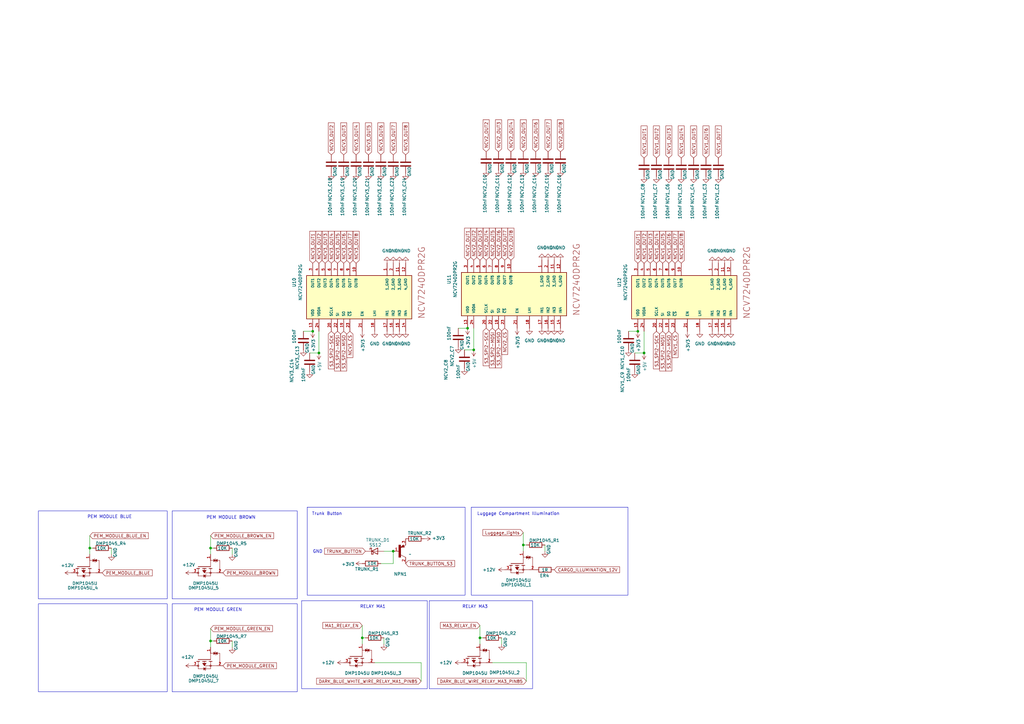
<source format=kicad_sch>
(kicad_sch (version 20240819) (generator "eeschema") (generator_version "8.99")
  (paper "A3")
  (title_block (date "2024-04-24"))
  (lib_symbols
    (symbol "+3V3_1" (power) (pin_names (offset 0))
      (property "Value" "+3V3_1" (at 0 3.556 0))
      (symbol "+3V3_1_1_1"
        (pin power_in line (at 0 0 90) (length 0) hide (name "+3V3") (number "1"))
      )
    )
    (symbol "AeonLabs_IC:NCV7240DPR2G" (pin_names (offset 1.016))
      (property "Reference" "U" (at 2.54 -2.54 0))
      (property "Value" "NCV7240DPR2G" (at 0 0 0))
      (symbol "NCV7240DPR2G_0_0"
        (text "NCV7240DPR2G" (at 2.54 -50.8 0) (effects (font (size 2.54 2.54)) (justify left top)))
        (pin power_in line (at -2.54 -7.62 0) (length 5.08) (name "VDD") (number "13"))
        (pin power_in line (at -2.54 -10.16 0) (length 5.08) (name "VDDA") (number "24"))
        (pin input line (at -2.54 -15.24 0) (length 5.08) (name "SCLK") (number "20"))
        (pin input line (at -2.54 -17.78 0) (length 5.08) (name "SI") (number "22"))
        (pin tri_state line (at -2.54 -20.32 0) (length 5.08) (name "SO") (number "19"))
        (pin input line (at -2.54 -22.86 0) (length 5.08) (name "~{CS}") (number "23"))
        (pin input line (at -2.54 -27.94 0) (length 5.08) (name "EN") (number "21"))
        (pin input line (at -2.54 -33.02 0) (length 5.08) (name "LHI") (number "18"))
        (pin input line (at -2.54 -38.1 0) (length 5.08) (name "IN1") (number "17"))
        (pin input line (at -2.54 -40.64 0) (length 5.08) (name "IN2") (number "16"))
        (pin input line (at -2.54 -43.18 0) (length 5.08) (name "IN3") (number "15"))
        (pin input line (at -2.54 -45.72 0) (length 5.08) (name "IN4") (number "14"))
        (pin output line (at 25.4 -7.62 180) (length 5.08) (name "OUT1") (number "3"))
        (pin output line (at 25.4 -10.16 180) (length 5.08) (name "OUT2") (number "4"))
        (pin output line (at 25.4 -12.7 180) (length 5.08) (name "OUT3") (number "5"))
        (pin output line (at 25.4 -15.24 180) (length 5.08) (name "OUT4") (number "6"))
        (pin output line (at 25.4 -17.78 180) (length 5.08) (name "OUT5") (number "7"))
        (pin output line (at 25.4 -20.32 180) (length 5.08) (name "OUT6") (number "8"))
        (pin output line (at 25.4 -22.86 180) (length 5.08) (name "OUT7") (number "9"))
        (pin output line (at 25.4 -25.4 180) (length 5.08) (name "OUT8") (number "10"))
        (pin power_in line (at 25.4 -38.1 180) (length 5.08) (name "1_GND") (number "1"))
        (pin power_in line (at 25.4 -40.64 180) (length 5.08) (name "2_GND") (number "2"))
        (pin power_in line (at 25.4 -43.18 180) (length 5.08) (name "3_GND") (number "11"))
        (pin power_in line (at 25.4 -45.72 180) (length 5.08) (name "4_GND") (number "12"))
      )
    )
    (symbol "AeonLabs_Power:NPN_SOT-23"
      (property "Reference" "U" (at -1.016 4.572 0))
      (symbol "NPN_SOT-23_1_0"
        (pin passive line (at -2.54 -1.27 0) (length 2.54) (name "") (number "1"))
        (pin passive line (at 2.54 3.81 270) (length 2.54) (name "~") (number "3"))
        (pin passive line (at 2.54 -6.35 90) (length 2.54) (name "~") (number "2"))
      )
    )
    (symbol "Device:C" (pin_numbers hide) (pin_names (offset 0.254))
      (property "Reference" "C" (at 0.635 2.54 0))
      (property "Value" "C" (at 0.635 -2.54 0))
      (symbol "C_1_1"
        (pin passive line (at 0 3.81 270) (length 2.794) (name "~") (number "1"))
        (pin passive line (at 0 -3.81 90) (length 2.794) (name "~") (number "2"))
      )
    )
    (symbol "Device:R" (pin_numbers hide) (pin_names (offset 0))
      (property "Reference" "R" (at 2.032 0 90))
      (property "Value" "R" (at 0 0 90))
      (symbol "R_1_1"
        (pin passive line (at 0 3.81 270) (length 1.27) (name "~") (number "1"))
        (pin passive line (at 0 -3.81 90) (length 1.27) (name "~") (number "2"))
      )
    )
    (symbol "Diode:SS12" (pin_numbers hide) (pin_names (offset 1.016) hide)
      (property "Reference" "D" (at 0 2.54 0))
      (property "Value" "SS12" (at 0 -2.54 0))
      (symbol "SS12_1_1"
        (pin passive line (at -3.81 0 0) (length 2.54) (name "K") (number "1"))
        (pin passive line (at 3.81 0 180) (length 2.54) (name "A") (number "2"))
      )
    )
    (symbol "Transistor_FET:DMP1045U" (pin_names (offset 1.016))
      (property "Reference" "Q" (at -10.16 7.62 0))
      (property "Value" "DMP1045U" (at -10.16 -7.62 0))
      (symbol "DMP1045U_0_0"
        (pin passive line (at -5.08 2.54 0) (length 2.54) (name "~") (number "1"))
        (pin passive line (at 2.54 7.62 270) (length 2.54) (name "~") (number "2"))
        (pin passive line (at 2.54 -5.08 90) (length 2.54) (name "~") (number "3"))
      )
    )
    (symbol "power:+12V" (power) (pin_names (offset 0))
      (property "Value" "+12V" (at 0 3.556 0))
      (symbol "+12V_1_1"
        (pin power_in line (at 0 0 90) (length 0) hide (name "+12V") (number "1"))
      )
    )
    (symbol "power:+5V" (power) (pin_numbers hide) (pin_names (offset 0) hide)
      (property "Value" "+5V" (at 0 3.556 0))
      (symbol "+5V_1_1"
        (pin power_in line (at 0 0 90) (length 0) (name "~") (number "1"))
      )
    )
    (symbol "power:GND" (power) (pin_names (offset 0))
      (property "Value" "GND" (at 0 -3.81 0))
      (symbol "GND_1_1"
        (pin power_in line (at 0 0 270) (length 0) hide (name "GND") (number "1"))
      )
    )
  )
  (rectangle (start 123.698 246.38) (end 175.26 282.448))
  (rectangle (start 70.612 209.55) (end 121.92 245.618))
  (rectangle (start 70.612 247.65) (end 121.92 283.718))
  (rectangle (start 176.022 246.38) (end 218.44 282.448))
  (rectangle (start 193.294 208.026) (end 257.556 244.094))
  (rectangle (start 15.748 247.65) (end 68.58 283.718))
  (rectangle (start 125.984 208.026) (end 190.754 244.094))
  (rectangle (start 15.748 209.55) (end 68.58 245.618))
  (text "RELAY MA3" (at 194.818 248.92 0) (effects (font (size 1.27 1.27))))
  (text "PEM MODULE BROWN" (at 94.742 212.344 0) (effects (font (size 1.27 1.27))))
  (text "PEM MODULE BLUE" (at 44.958 212.09 0) (effects (font (size 1.27 1.27))))
  (text "RELAY MA1" (at 152.908 248.92 0) (effects (font (size 1.27 1.27))))
  (text "Trunk Button" (at 134.112 210.82 0) (effects (font (size 1.27 1.27))))
  (text "Luggage Compartment Illumination" (at 212.598 210.82 0) (effects (font (size 1.27 1.27))))
  (text "PEM MODULE GREEN" (at 89.408 250.19 0) (effects (font (size 1.27 1.27))))
  (text "GND" (at 130.302 226.314 0) (effects (font (size 1.27 1.27))))
  (junction (at 191.77 134.62))
  (junction (at 161.29 226.06))
  (junction (at 214.63 223.52))
  (junction (at 261.62 135.89))
  (junction (at 36.83 224.79))
  (junction (at 264.16 144.78))
  (junction (at 130.81 144.78))
  (junction (at 86.36 224.79))
  (junction (at 128.27 135.89))
  (junction (at 196.85 261.62))
  (junction (at 86.36 262.89))
  (junction (at 194.31 143.51))
  (junction (at 148.59 261.62))
  (wire (pts (xy 87.63 224.79) (xy 86.36 224.79)))
  (wire (pts (xy 95.25 227.33) (xy 95.25 224.79)))
  (wire (pts (xy 86.36 224.79) (xy 86.36 227.33)))
  (wire (pts (xy 86.36 257.81) (xy 86.36 262.89)))
  (wire (pts (xy 187.96 134.62) (xy 191.77 134.62)))
  (wire (pts (xy 45.72 227.33) (xy 45.72 224.79)))
  (wire (pts (xy 223.52 226.06) (xy 223.52 223.52)))
  (wire (pts (xy 260.35 144.78) (xy 264.16 144.78)))
  (wire (pts (xy 172.72 279.4) (xy 172.72 271.78)))
  (wire (pts (xy 157.48 226.06) (xy 161.29 226.06)))
  (wire (pts (xy 124.46 135.89) (xy 128.27 135.89)))
  (wire (pts (xy 215.9 271.78) (xy 201.93 271.78)))
  (wire (pts (xy 198.12 261.62) (xy 196.85 261.62)))
  (wire (pts (xy 257.81 135.89) (xy 261.62 135.89)))
  (wire (pts (xy 148.59 261.62) (xy 148.59 264.16)))
  (wire (pts (xy 87.63 262.89) (xy 86.36 262.89)))
  (wire (pts (xy 127 144.78) (xy 130.81 144.78)))
  (wire (pts (xy 149.86 261.62) (xy 148.59 261.62)))
  (wire (pts (xy 36.83 219.71) (xy 36.83 224.79)))
  (wire (pts (xy 215.9 223.52) (xy 214.63 223.52)))
  (wire (pts (xy 214.63 218.44) (xy 214.63 223.52)))
  (wire (pts (xy 161.29 226.06) (xy 161.29 231.14)))
  (wire (pts (xy 38.1 224.79) (xy 36.83 224.79)))
  (wire (pts (xy 205.74 264.16) (xy 205.74 261.62)))
  (wire (pts (xy 156.21 231.14) (xy 161.29 231.14)))
  (wire (pts (xy 157.48 264.16) (xy 157.48 261.62)))
  (wire (pts (xy 190.5 143.51) (xy 194.31 143.51)))
  (wire (pts (xy 36.83 224.79) (xy 36.83 227.33)))
  (wire (pts (xy 264.16 135.89) (xy 264.16 144.78)))
  (wire (pts (xy 196.85 256.54) (xy 196.85 261.62)))
  (wire (pts (xy 148.59 256.54) (xy 148.59 261.62)))
  (wire (pts (xy 215.9 279.4) (xy 215.9 271.78)))
  (wire (pts (xy 172.72 271.78) (xy 153.67 271.78)))
  (wire (pts (xy 130.81 135.89) (xy 130.81 144.78)))
  (wire (pts (xy 86.36 219.71) (xy 86.36 224.79)))
  (wire (pts (xy 194.31 134.62) (xy 194.31 143.51)))
  (wire (pts (xy 214.63 223.52) (xy 214.63 226.06)))
  (wire (pts (xy 95.25 265.43) (xy 95.25 262.89)))
  (wire (pts (xy 86.36 262.89) (xy 86.36 265.43)))
  (wire (pts (xy 196.85 261.62) (xy 196.85 264.16)))
  (global_label "NCV2_OUT2" (shape input) (at 199.39 62.23 90) (property "Intersheetrefs" "${INTERSHEET_REFS}" (effects (hide yes))))
  (global_label "NCV1_OUT3" (shape input) (at 266.7 107.95 90) (property "Intersheetrefs" "${INTERSHEET_REFS}" (effects (hide yes))))
  (global_label "NCV1_OUT7" (shape input) (at 276.86 107.95 90) (property "Intersheetrefs" "${INTERSHEET_REFS}" (effects (hide yes))))
  (global_label "NCV2_OUT8" (shape input) (at 229.87 62.23 90) (property "Intersheetrefs" "${INTERSHEET_REFS}" (effects (hide yes))))
  (global_label "S3_SPI2-MOSI" (shape input) (at 138.43 135.89 270) (property "Intersheetrefs" "${INTERSHEET_REFS}" (effects (hide yes))))
  (global_label "NCV2_OUT8" (shape input) (at 209.55 106.68 90) (property "Intersheetrefs" "${INTERSHEET_REFS}" (effects (hide yes))))
  (global_label "NCV3_OUT7" (shape input) (at 143.51 107.95 90) (property "Intersheetrefs" "${INTERSHEET_REFS}" (effects (hide yes))))
  (global_label "NCV1_OUT8" (shape input) (at 279.4 107.95 90) (property "Intersheetrefs" "${INTERSHEET_REFS}" (effects (hide yes))))
  (global_label "NCV2_OUT1" (shape input) (at 191.77 106.68 90) (property "Intersheetrefs" "${INTERSHEET_REFS}" (effects (hide yes))))
  (global_label "NCV1_CS" (shape input) (at 276.86 135.89 270) (property "Intersheetrefs" "${INTERSHEET_REFS}" (effects (hide yes))))
  (global_label "MA3_RELAY_EN" (shape input) (at 196.85 256.54 180) (property "Intersheetrefs" "${INTERSHEET_REFS}" (effects (hide yes))))
  (global_label "NCV1_OUT2" (shape input) (at 264.16 107.95 90) (property "Intersheetrefs" "${INTERSHEET_REFS}" (effects (hide yes))))
  (global_label "DARK_BLUE_WHITE_WIRE_RELAY_MA1_PIN85" (shape input) (at 172.72 279.4 180) (property "Intersheetrefs" "${INTERSHEET_REFS}" (effects (hide yes))))
  (global_label "PEM_MODULE_GREEN" (shape input) (at 91.44 273.05 0) (property "Intersheetrefs" "${INTERSHEET_REFS}" (effects (hide yes))))
  (global_label "NCV1_OUT1" (shape input) (at 264.16 64.77 90) (property "Intersheetrefs" "${INTERSHEET_REFS}" (effects (hide yes))))
  (global_label "NCV3_OUT6" (shape input) (at 156.21 63.5 90) (property "Intersheetrefs" "${INTERSHEET_REFS}" (effects (hide yes))))
  (global_label "NCV1_OUT4" (shape input) (at 269.24 107.95 90) (property "Intersheetrefs" "${INTERSHEET_REFS}" (effects (hide yes))))
  (global_label "NCV1_OUT5" (shape input) (at 284.48 64.77 90) (property "Intersheetrefs" "${INTERSHEET_REFS}" (effects (hide yes))))
  (global_label "TRUNK_BUTTON" (shape input) (at 149.86 226.06 180) (property "Intersheetrefs" "${INTERSHEET_REFS}" (effects (hide yes))))
  (global_label "NCV3_OUT5" (shape input) (at 151.13 63.5 90) (property "Intersheetrefs" "${INTERSHEET_REFS}" (effects (hide yes))))
  (global_label "NCV3_OUT6" (shape input) (at 140.97 107.95 90) (property "Intersheetrefs" "${INTERSHEET_REFS}" (effects (hide yes))))
  (global_label "NCV3_OUT3" (shape input) (at 140.97 63.5 90) (property "Intersheetrefs" "${INTERSHEET_REFS}" (effects (hide yes))))
  (global_label "NCV3_OUT7" (shape input) (at 161.29 63.5 90) (property "Intersheetrefs" "${INTERSHEET_REFS}" (effects (hide yes))))
  (global_label "NCV1_OUT6" (shape input) (at 289.56 64.77 90) (property "Intersheetrefs" "${INTERSHEET_REFS}" (effects (hide yes))))
  (global_label "NCV3_OUT8" (shape input) (at 166.37 63.5 90) (property "Intersheetrefs" "${INTERSHEET_REFS}" (effects (hide yes))))
  (global_label "S3_SPI2-MISO" (shape input) (at 274.32 135.89 270) (property "Intersheetrefs" "${INTERSHEET_REFS}" (effects (hide yes))))
  (global_label "NCV1_OUT3" (shape input) (at 274.32 64.77 90) (property "Intersheetrefs" "${INTERSHEET_REFS}" (effects (hide yes))))
  (global_label "DARK_BLUE_WIRE_RELAY_MA3_PIN85" (shape input) (at 215.9 279.4 180) (property "Intersheetrefs" "${INTERSHEET_REFS}" (effects (hide yes))))
  (global_label "NCV3_OUT1" (shape input) (at 128.27 107.95 90) (property "Intersheetrefs" "${INTERSHEET_REFS}" (effects (hide yes))))
  (global_label "NCV3_OUT4" (shape input) (at 146.05 63.5 90) (property "Intersheetrefs" "${INTERSHEET_REFS}" (effects (hide yes))))
  (global_label "NCV3_OUT3" (shape input) (at 133.35 107.95 90) (property "Intersheetrefs" "${INTERSHEET_REFS}" (effects (hide yes))))
  (global_label "Luggage_lights" (shape input) (at 214.63 218.44 180) (property "Intersheetrefs" "${INTERSHEET_REFS}" (effects (hide yes))))
  (global_label "NCV1_OUT6" (shape input) (at 274.32 107.95 90) (property "Intersheetrefs" "${INTERSHEET_REFS}" (effects (hide yes))))
  (global_label "MA1_RELAY_EN" (shape input) (at 148.59 256.54 180) (property "Intersheetrefs" "${INTERSHEET_REFS}" (effects (hide yes))))
  (global_label "NCV2_OUT7" (shape input) (at 224.79 62.23 90) (property "Intersheetrefs" "${INTERSHEET_REFS}" (effects (hide yes))))
  (global_label "NCV3_OUT2" (shape input) (at 130.81 107.95 90) (property "Intersheetrefs" "${INTERSHEET_REFS}" (effects (hide yes))))
  (global_label "CARGO_ILLUMINATION_12V" (shape input) (at 227.33 233.68 0) (property "Intersheetrefs" "${INTERSHEET_REFS}" (effects (hide yes))))
  (global_label "NCV2_OUT6" (shape input) (at 204.47 106.68 90) (property "Intersheetrefs" "${INTERSHEET_REFS}" (effects (hide yes))))
  (global_label "NCV2_OUT3" (shape input) (at 204.47 62.23 90) (property "Intersheetrefs" "${INTERSHEET_REFS}" (effects (hide yes))))
  (global_label "PEM_MODULE_BLUE_EN" (shape input) (at 36.83 219.71 0) (property "Intersheetrefs" "${INTERSHEET_REFS}" (effects (hide yes))))
  (global_label "NCV3_OUT5" (shape input) (at 138.43 107.95 90) (property "Intersheetrefs" "${INTERSHEET_REFS}" (effects (hide yes))))
  (global_label "NCV3_OUT4" (shape input) (at 135.89 107.95 90) (property "Intersheetrefs" "${INTERSHEET_REFS}" (effects (hide yes))))
  (global_label "NCV1_OUT4" (shape input) (at 279.4 64.77 90) (property "Intersheetrefs" "${INTERSHEET_REFS}" (effects (hide yes))))
  (global_label "NCV2_OUT4" (shape input) (at 209.55 62.23 90) (property "Intersheetrefs" "${INTERSHEET_REFS}" (effects (hide yes))))
  (global_label "S3_SPI2-SCK" (shape input) (at 199.39 134.62 270) (property "Intersheetrefs" "${INTERSHEET_REFS}" (effects (hide yes))))
  (global_label "NCV2_OUT5" (shape input) (at 214.63 62.23 90) (property "Intersheetrefs" "${INTERSHEET_REFS}" (effects (hide yes))))
  (global_label "NCV1_OUT2" (shape input) (at 269.24 64.77 90) (property "Intersheetrefs" "${INTERSHEET_REFS}" (effects (hide yes))))
  (global_label "NCV2_OUT7" (shape input) (at 207.01 106.68 90) (property "Intersheetrefs" "${INTERSHEET_REFS}" (effects (hide yes))))
  (global_label "NCV1_OUT5" (shape input) (at 271.78 107.95 90) (property "Intersheetrefs" "${INTERSHEET_REFS}" (effects (hide yes))))
  (global_label "S3_SPI2-MOSI" (shape input) (at 201.93 134.62 270) (property "Intersheetrefs" "${INTERSHEET_REFS}" (effects (hide yes))))
  (global_label "NCV2_CS" (shape input) (at 207.01 134.62 270) (property "Intersheetrefs" "${INTERSHEET_REFS}" (effects (hide yes))))
  (global_label "PEM_MODULE_BROWN_EN" (shape input) (at 86.36 219.71 0) (property "Intersheetrefs" "${INTERSHEET_REFS}" (effects (hide yes))))
  (global_label "NCV2_OUT6" (shape input) (at 219.71 62.23 90) (property "Intersheetrefs" "${INTERSHEET_REFS}" (effects (hide yes))))
  (global_label "NCV3_OUT8" (shape input) (at 146.05 107.95 90) (property "Intersheetrefs" "${INTERSHEET_REFS}" (effects (hide yes))))
  (global_label "NCV2_OUT5" (shape input) (at 201.93 106.68 90) (property "Intersheetrefs" "${INTERSHEET_REFS}" (effects (hide yes))))
  (global_label "S3_SPI2-SCK" (shape input) (at 269.24 135.89 270) (property "Intersheetrefs" "${INTERSHEET_REFS}" (effects (hide yes))))
  (global_label "NCV1_OUT1" (shape input) (at 261.62 107.95 90) (property "Intersheetrefs" "${INTERSHEET_REFS}" (effects (hide yes))))
  (global_label "S3_SPI2-MOSI" (shape input) (at 271.78 135.89 270) (property "Intersheetrefs" "${INTERSHEET_REFS}" (effects (hide yes))))
  (global_label "NCV2_OUT4" (shape input) (at 199.39 106.68 90) (property "Intersheetrefs" "${INTERSHEET_REFS}" (effects (hide yes))))
  (global_label "S3_SPI2-SCK" (shape input) (at 135.89 135.89 270) (property "Intersheetrefs" "${INTERSHEET_REFS}" (effects (hide yes))))
  (global_label "S3_SPI2-MISO" (shape input) (at 204.47 134.62 270) (property "Intersheetrefs" "${INTERSHEET_REFS}" (effects (hide yes))))
  (global_label "NCV1_OUT7" (shape input) (at 294.64 64.77 90) (property "Intersheetrefs" "${INTERSHEET_REFS}" (effects (hide yes))))
  (global_label "S3_SPI2-MISO" (shape input) (at 140.97 135.89 270) (property "Intersheetrefs" "${INTERSHEET_REFS}" (effects (hide yes))))
  (global_label "NCV2_OUT3" (shape input) (at 196.85 106.68 90) (property "Intersheetrefs" "${INTERSHEET_REFS}" (effects (hide yes))))
  (global_label "PEM_MODULE_GREEN_EN" (shape input) (at 86.36 257.81 0) (property "Intersheetrefs" "${INTERSHEET_REFS}" (effects (hide yes))))
  (global_label "PEM_MODULE_BROWN" (shape input) (at 91.44 234.95 0) (property "Intersheetrefs" "${INTERSHEET_REFS}" (effects (hide yes))))
  (global_label "NCV3_CS" (shape input) (at 143.51 135.89 270) (property "Intersheetrefs" "${INTERSHEET_REFS}" (effects (hide yes))))
  (global_label "NCV2_OUT2" (shape input) (at 194.31 106.68 90) (property "Intersheetrefs" "${INTERSHEET_REFS}" (effects (hide yes))))
  (global_label "NCV3_OUT2" (shape input) (at 135.89 63.5 90) (property "Intersheetrefs" "${INTERSHEET_REFS}" (effects (hide yes))))
  (global_label "TRUNK_BUTTON_S3" (shape input) (at 166.37 231.14 0) (property "Intersheetrefs" "${INTERSHEET_REFS}" (effects (hide yes))))
  (global_label "PEM_MODULE_BLUE" (shape input) (at 41.91 234.95 0) (property "Intersheetrefs" "${INTERSHEET_REFS}" (effects (hide yes))))
  (symbol (lib_id "power:GND") (at 140.97 71.12 0) (mirror y) (unit 1)
    (property "Reference" "#PWR0187" (effects (hide yes)))
    (property "Value" "GND" (at 142.494 70.358 90))
  )
  (symbol (lib_id "power:+12V") (at 78.74 234.95 90) (unit 1)
    (property "Reference" "#PWR0297" (effects (hide yes)))
    (property "Value" "+12V" (at 80.01 231.648 90) (effects (justify left)))
  )
  (symbol (lib_id "power:GND") (at 45.72 227.33 0) (mirror y) (unit 1)
    (property "Reference" "#PWR0296" (effects (hide yes)))
    (property "Value" "GND" (at 47.244 226.568 90))
  )
  (symbol (lib_name "+3V3_1") (lib_id "power:+3V3") (at 128.27 135.89 180) (unit 1)
    (property "Reference" "#PWR0203" (effects (hide yes)))
    (property "Value" "+3V3" (at 128.524 141.732 90))
  )
  (symbol (lib_id "power:GND") (at 294.64 72.39 0) (mirror y) (unit 1)
    (property "Reference" "#PWR0170" (effects (hide yes)))
    (property "Value" "GND" (at 296.164 71.628 90))
  )
  (symbol (lib_id "Device:C") (at 187.96 138.43 0) (mirror y) (unit 1)
    (property "Reference" "NCV2_C7" (at 185.42 150.368 90) (effects (justify left)))
    (property "Value" "100nF" (at 184.15 139.7 90) (effects (justify left)))
    (property "Footprint" "Capacitor_SMD:C_0402_1005Metric" (effects (hide yes)))
  )
  (symbol (lib_id "Device:R") (at 153.67 261.62 90) (unit 1)
    (property "Reference" "DMP1045_R3" (at 163.4744 259.7404 90) (effects (justify left)))
    (property "Value" "10K" (at 155.3972 261.6708 90) (effects (justify left)))
    (property "Footprint" "Resistor_SMD:R_0402_1005Metric" (effects (hide yes)))
  )
  (symbol (lib_id "AeonLabs_IC:NCV7240DPR2G") (at 120.65 133.35 90) (unit 1)
    (property "Reference" "U10" (at 120.65 115.8347 0))
    (property "Value" "NCV7240DPR2G" (at 123.19 115.8347 0))
    (property "Footprint" "AeonLabs_IC:NCV7240 Relay Driver" (effects (hide yes)))
    (property "Datasheet" "http://www.onsemi.com/pub/Collateral/NCV7240-D.PDF" (effects (hide yes)))
    (property "MOUSER_DESCRIPTION" "NCV7240 Series 5 V 1.5 Ohm Low Side Octal Low-Side Relay Driver - SSOP-24" (effects (hide yes)))
    (property "NUMBER_OF_OUTPUTS" "8" (effects (hide yes)))
    (property "Check_prices" "https://www.snapeda.com/parts/NCV7240DPR2G/Onsemi/view-part/?ref=eda" (effects (hide yes)))
    (property "MOUSER_PART_NUMBER" "863-NCV7240DPR2G" (effects (hide yes)))
    (property "MFG_PACKAGE_IDENT_DATE" "07/2010" (effects (hide yes)))
    (property "PREFIX" "U" (effects (hide yes)))
    (property "MAX_SUPPLY_VOLTAGE" "5V" (effects (hide yes)))
    (property "TEMPERATURE_RANGE_LOW" "-40°C" (effects (hide yes)))
    (property "OUTPUT_CURRENT" "600mA" (effects (hide yes)))
    (property "ON_STATE_RESISTANCE" "1.5Ω" (effects (hide yes)))
    (property "LEAD_FREE" "yes" (effects (hide yes)))
    (property "CENTROID_NOT_SPECIFIED" "No" (effects (hide yes)))
    (property "Description_1" "\nNCV7240DPR2G, Octal MOSFET Power Driver, 600mA, 3.3 V, 5V, 24-Pin SSOP | ON Semiconductor NCV7240DPR2G\n" (effects (hide yes)))
    (property "PIN_0_0_17_INSIDE_EDGE" "clock" (effects (hide yes)))
    (property "Price" "None" (effects (hide yes)))
    (property "Package" "SSOP-24 ON Semiconductor" (effects (hide yes)))
    (property "DEVICE_CLASS_L1" "Integrated Circuits (ICs)" (effects (hide yes)))
    (property "DEVICE_CLASS_L3" "Hot Swap Controllers" (effects (hide yes)))
    (property "DEVICE_CLASS_L2" "Power Management ICs" (effects (hide yes)))
    (property "MAX_JUNCTION_TEMP" "+150°C" (effects (hide yes)))
    (property "MP" "NCV7240DPR2G" (effects (hide yes)))
    (property "FOOTPRINT_URL" "http://www.onsemi.com/pub/Collateral/565AL.PDF" (effects (hide yes)))
    (property "PACKAGE" "SSOP24" (effects (hide yes)))
    (property "MFG_PACKAGE_IDENT" "565AL-01" (effects (hide yes)))
    (property "SnapEDA_Link" "https://www.snapeda.com/parts/NCV7240DPR2G/Onsemi/view-part/?ref=snap" (effects (hide yes)))
    (property "VERIFICATION_VERSION" "0.0.0.1" (effects (hide yes)))
    (property "STANDOFF_HEIGHT" "0.1mm" (effects (hide yes)))
    (property "HEIGHT" "1.75mm" (effects (hide yes)))
    (property "NUMBER_OF_CHANNELS" "8" (effects (hide yes)))
    (property "MF" "ON Semiconductor" (effects (hide yes)))
    (property "Purchase-URL" "https://www.snapeda.com/api/url_track_click_mouser/?unipart_id=476229&manufacturer=ON Semiconductor&part_name=NCV7240DPR2G&search_term=None" (effects (hide yes)))
    (property "MPN" "NCV7240DPR2G" (effects (hide yes)))
    (property "TEMPERATURE_RANGE_HIGH" "+150°C" (effects (hide yes)))
    (property "MIN_SUPPLY_VOLTAGE" "3.3V" (effects (hide yes)))
    (property "MFG_PACKAGE_IDENT_REV" "O" (effects (hide yes)))
    (property "Availability" "In Stock" (effects (hide yes)))
    (property "ROHS" "yes" (effects (hide yes)))
  )
  (symbol (lib_id "Device:C") (at 289.56 68.58 0) (mirror y) (unit 1)
    (property "Reference" "NCV1_C3" (at 289.052 83.82 90) (effects (justify left)))
    (property "Value" "100nF" (at 289.052 89.916 90) (effects (justify left)))
    (property "Footprint" "Capacitor_SMD:C_0402_1005Metric" (effects (hide yes)))
  )
  (symbol (lib_id "power:GND") (at 163.83 135.89 0) (unit 1)
    (property "Reference" "#PWR0331" (effects (hide yes)))
    (property "Value" "GND" (at 163.83 140.97 0))
  )
  (symbol (lib_id "Device:C") (at 294.64 68.58 0) (mirror y) (unit 1)
    (property "Reference" "NCV1_C2" (at 294.132 83.82 90) (effects (justify left)))
    (property "Value" "100nF" (at 294.132 89.916 90) (effects (justify left)))
    (property "Footprint" "Capacitor_SMD:C_0402_1005Metric" (effects (hide yes)))
  )
  (symbol (lib_name "+3V3_1") (lib_id "power:+3V3") (at 281.94 135.89 180) (unit 1)
    (property "Reference" "#PWR0207" (effects (hide yes)))
    (property "Value" "+3V3" (at 282.194 141.732 90))
  )
  (symbol (lib_id "power:GND") (at 153.67 135.89 0) (unit 1)
    (property "Reference" "#PWR0328" (effects (hide yes)))
    (property "Value" "GND" (at 153.67 140.97 0))
  )
  (symbol (lib_id "power:GND") (at 227.33 134.62 0) (unit 1)
    (property "Reference" "#PWR0319" (effects (hide yes)))
    (property "Value" "GND" (at 227.33 139.7 0))
  )
  (symbol (lib_id "Transistor_FET:DMP1045U") (at 83.82 270.51 270) (unit 1)
    (property "Reference" "DMP1045U_7" (at 77.216 279.2222 90) (effects (justify left)))
    (property "Value" "DMP1045U" (at 79.121 277.368 90) (effects (justify left)))
    (property "Footprint" "Package_TO_SOT_SMD:SOT-23" (effects (hide yes)))
    (property "STANDARD" "IPC 7351B" (effects (hide yes)))
    (property "MANUFACTURER" "Diodes Inc." (effects (hide yes)))
    (property "MAXIMUM_PACKAGE_HEIGHT" "1.1 mm" (effects (hide yes)))
    (property "PARTREV" "7 - 2" (effects (hide yes)))
  )
  (symbol (lib_id "power:GND") (at 146.05 71.12 0) (mirror y) (unit 1)
    (property "Reference" "#PWR0188" (effects (hide yes)))
    (property "Value" "GND" (at 147.574 70.358 90))
  )
  (symbol (lib_id "power:GND") (at 292.1 135.89 0) (unit 1)
    (property "Reference" "#PWR0324" (effects (hide yes)))
    (property "Value" "GND" (at 292.1 140.97 0))
  )
  (symbol (lib_name "+3V3_1") (lib_id "power:+3V3") (at 261.62 135.89 180) (unit 1)
    (property "Reference" "#PWR0194" (effects (hide yes)))
    (property "Value" "+3V3" (at 261.874 141.732 90))
  )
  (symbol (lib_id "power:GND") (at 222.25 106.68 180) (unit 1)
    (property "Reference" "#PWR0162" (effects (hide yes)))
    (property "Value" "GND" (at 222.25 101.6 0))
  )
  (symbol (lib_id "power:+12V") (at 140.97 271.78 90) (unit 1)
    (property "Reference" "#PWR0284" (effects (hide yes)))
    (property "Value" "+12V" (at 137.16 271.7799 90) (effects (justify left)))
  )
  (symbol (lib_id "Device:R") (at 219.71 223.52 90) (unit 1)
    (property "Reference" "DMP1045_R1" (at 229.5144 221.6404 90) (effects (justify left)))
    (property "Value" "10K" (at 221.4372 223.5708 90) (effects (justify left)))
    (property "Footprint" "Resistor_SMD:R_0402_1005Metric" (effects (hide yes)))
  )
  (symbol (lib_id "power:GND") (at 227.33 106.68 180) (unit 1)
    (property "Reference" "#PWR0164" (effects (hide yes)))
    (property "Value" "GND" (at 227.33 101.6 0))
  )
  (symbol (lib_name "+3V3_1") (lib_id "power:+3V3") (at 148.59 231.14 90) (unit 1)
    (property "Reference" "#PWR0281" (effects (hide yes)))
    (property "Value" "+3V3" (at 142.748 231.394 90))
  )
  (symbol (lib_id "power:GND") (at 299.72 135.89 0) (unit 1)
    (property "Reference" "#PWR0327" (effects (hide yes)))
    (property "Value" "GND" (at 299.72 140.97 0))
  )
  (symbol (lib_id "Device:R") (at 91.44 262.89 90) (unit 1)
    (property "Reference" "DMP1045_R7" (at 101.2444 261.0104 90) (effects (justify left)))
    (property "Value" "10K" (at 93.1672 262.9408 90) (effects (justify left)))
    (property "Footprint" "Resistor_SMD:R_0402_1005Metric" (effects (hide yes)))
  )
  (symbol (lib_id "AeonLabs_IC:NCV7240DPR2G") (at 254 133.35 90) (unit 1)
    (property "Reference" "U12" (at 254 115.8347 0))
    (property "Value" "NCV7240DPR2G" (at 256.54 115.8347 0))
    (property "Footprint" "AeonLabs_IC:NCV7240 Relay Driver" (effects (hide yes)))
    (property "Datasheet" "http://www.onsemi.com/pub/Collateral/NCV7240-D.PDF" (effects (hide yes)))
    (property "MOUSER_DESCRIPTION" "NCV7240 Series 5 V 1.5 Ohm Low Side Octal Low-Side Relay Driver - SSOP-24" (effects (hide yes)))
    (property "NUMBER_OF_OUTPUTS" "8" (effects (hide yes)))
    (property "Check_prices" "https://www.snapeda.com/parts/NCV7240DPR2G/Onsemi/view-part/?ref=eda" (effects (hide yes)))
    (property "MOUSER_PART_NUMBER" "863-NCV7240DPR2G" (effects (hide yes)))
    (property "MFG_PACKAGE_IDENT_DATE" "07/2010" (effects (hide yes)))
    (property "PREFIX" "U" (effects (hide yes)))
    (property "MAX_SUPPLY_VOLTAGE" "5V" (effects (hide yes)))
    (property "TEMPERATURE_RANGE_LOW" "-40°C" (effects (hide yes)))
    (property "OUTPUT_CURRENT" "600mA" (effects (hide yes)))
    (property "ON_STATE_RESISTANCE" "1.5Ω" (effects (hide yes)))
    (property "LEAD_FREE" "yes" (effects (hide yes)))
    (property "CENTROID_NOT_SPECIFIED" "No" (effects (hide yes)))
    (property "Description_1" "\nNCV7240DPR2G, Octal MOSFET Power Driver, 600mA, 3.3 V, 5V, 24-Pin SSOP | ON Semiconductor NCV7240DPR2G\n" (effects (hide yes)))
    (property "PIN_0_0_17_INSIDE_EDGE" "clock" (effects (hide yes)))
    (property "Price" "None" (effects (hide yes)))
    (property "Package" "SSOP-24 ON Semiconductor" (effects (hide yes)))
    (property "DEVICE_CLASS_L1" "Integrated Circuits (ICs)" (effects (hide yes)))
    (property "DEVICE_CLASS_L3" "Hot Swap Controllers" (effects (hide yes)))
    (property "DEVICE_CLASS_L2" "Power Management ICs" (effects (hide yes)))
    (property "MAX_JUNCTION_TEMP" "+150°C" (effects (hide yes)))
    (property "MP" "NCV7240DPR2G" (effects (hide yes)))
    (property "FOOTPRINT_URL" "http://www.onsemi.com/pub/Collateral/565AL.PDF" (effects (hide yes)))
    (property "PACKAGE" "SSOP24" (effects (hide yes)))
    (property "MFG_PACKAGE_IDENT" "565AL-01" (effects (hide yes)))
    (property "SnapEDA_Link" "https://www.snapeda.com/parts/NCV7240DPR2G/Onsemi/view-part/?ref=snap" (effects (hide yes)))
    (property "VERIFICATION_VERSION" "0.0.0.1" (effects (hide yes)))
    (property "STANDOFF_HEIGHT" "0.1mm" (effects (hide yes)))
    (property "HEIGHT" "1.75mm" (effects (hide yes)))
    (property "NUMBER_OF_CHANNELS" "8" (effects (hide yes)))
    (property "MF" "ON Semiconductor" (effects (hide yes)))
    (property "Purchase-URL" "https://www.snapeda.com/api/url_track_click_mouser/?unipart_id=476229&manufacturer=ON Semiconductor&part_name=NCV7240DPR2G&search_term=None" (effects (hide yes)))
    (property "MPN" "NCV7240DPR2G" (effects (hide yes)))
    (property "TEMPERATURE_RANGE_HIGH" "+150°C" (effects (hide yes)))
    (property "MIN_SUPPLY_VOLTAGE" "3.3V" (effects (hide yes)))
    (property "MFG_PACKAGE_IDENT_REV" "O" (effects (hide yes)))
    (property "Availability" "In Stock" (effects (hide yes)))
    (property "ROHS" "yes" (effects (hide yes)))
  )
  (symbol (lib_id "Device:R") (at 223.52 233.68 90) (unit 1)
    (property "Reference" "ER4" (at 223.3168 236.093 90))
    (property "Value" "1R" (at 223.4946 233.7816 90))
    (property "Footprint" "Resistor_SMD:R_1206_3216Metric" (effects (hide yes)))
  )
  (symbol (lib_id "Transistor_FET:DMP1045U") (at 146.05 269.24 270) (unit 1)
    (property "Reference" "DMP1045U_3" (at 152.146 276.098 90) (effects (justify left)))
    (property "Value" "DMP1045U" (at 141.351 276.098 90) (effects (justify left)))
    (property "Footprint" "Package_TO_SOT_SMD:SOT-23" (effects (hide yes)))
    (property "STANDARD" "IPC 7351B" (effects (hide yes)))
    (property "MANUFACTURER" "Diodes Inc." (effects (hide yes)))
    (property "MAXIMUM_PACKAGE_HEIGHT" "1.1 mm" (effects (hide yes)))
    (property "PARTREV" "7 - 2" (effects (hide yes)))
  )
  (symbol (lib_id "Device:R") (at 91.44 224.79 90) (unit 1)
    (property "Reference" "DMP1045_R5" (at 101.2444 222.9104 90) (effects (justify left)))
    (property "Value" "10K" (at 93.1672 224.8408 90) (effects (justify left)))
    (property "Footprint" "Resistor_SMD:R_0402_1005Metric" (effects (hide yes)))
  )
  (symbol (lib_id "power:GND") (at 187.96 142.24 0) (mirror y) (unit 1)
    (property "Reference" "#PWR0197" (effects (hide yes)))
    (property "Value" "GND" (at 189.484 141.478 90))
  )
  (symbol (lib_id "power:GND") (at 294.64 135.89 0) (unit 1)
    (property "Reference" "#PWR0325" (effects (hide yes)))
    (property "Value" "GND" (at 294.64 140.97 0))
  )
  (symbol (lib_id "Transistor_FET:DMP1045U") (at 83.82 232.41 270) (unit 1)
    (property "Reference" "DMP1045U_5" (at 77.216 241.1222 90) (effects (justify left)))
    (property "Value" "DMP1045U" (at 79.121 239.268 90) (effects (justify left)))
    (property "Footprint" "Package_TO_SOT_SMD:SOT-23" (effects (hide yes)))
    (property "STANDARD" "IPC 7351B" (effects (hide yes)))
    (property "MANUFACTURER" "Diodes Inc." (effects (hide yes)))
    (property "MAXIMUM_PACKAGE_HEIGHT" "1.1 mm" (effects (hide yes)))
    (property "PARTREV" "7 - 2" (effects (hide yes)))
  )
  (symbol (lib_id "power:GND") (at 269.24 72.39 0) (mirror y) (unit 1)
    (property "Reference" "#PWR0175" (effects (hide yes)))
    (property "Value" "GND" (at 270.764 71.628 90))
  )
  (symbol (lib_id "Device:R") (at 170.18 220.98 90) (unit 1)
    (property "Reference" "TRUNK_R2" (at 177.038 218.694 90) (effects (justify left)))
    (property "Value" "10K" (at 171.9072 221.0308 90) (effects (justify left)))
    (property "Footprint" "Resistor_SMD:R_0402_1005Metric" (effects (hide yes)))
  )
  (symbol (lib_id "power:GND") (at 229.87 106.68 180) (unit 1)
    (property "Reference" "#PWR0165" (effects (hide yes)))
    (property "Value" "GND" (at 229.87 101.6 0))
  )
  (symbol (lib_id "power:GND") (at 294.64 107.95 180) (unit 1)
    (property "Reference" "#PWR0160" (effects (hide yes)))
    (property "Value" "GND" (at 294.64 102.87 0))
  )
  (symbol (lib_id "power:GND") (at 229.87 134.62 0) (unit 1)
    (property "Reference" "#PWR0270" (effects (hide yes)))
    (property "Value" "GND" (at 229.87 139.7 0))
  )
  (symbol (lib_id "power:GND") (at 287.02 135.89 0) (unit 1)
    (property "Reference" "#PWR0323" (effects (hide yes)))
    (property "Value" "GND" (at 287.02 140.97 0))
  )
  (symbol (lib_id "power:GND") (at 95.25 265.43 0) (mirror y) (unit 1)
    (property "Reference" "#PWR0302" (effects (hide yes)))
    (property "Value" "GND" (at 96.774 264.668 90))
  )
  (symbol (lib_id "power:+12V") (at 29.21 234.95 90) (unit 1)
    (property "Reference" "#PWR0295" (effects (hide yes)))
    (property "Value" "+12V" (at 30.226 231.902 90) (effects (justify left)))
  )
  (symbol (lib_id "power:GND") (at 158.75 135.89 0) (unit 1)
    (property "Reference" "#PWR0329" (effects (hide yes)))
    (property "Value" "GND" (at 158.75 140.97 0))
  )
  (symbol (lib_name "+3V3_1") (lib_id "power:+3V3") (at 191.77 134.62 180) (unit 1)
    (property "Reference" "#PWR0199" (effects (hide yes)))
    (property "Value" "+3V3" (at 192.024 140.462 90))
  )
  (symbol (lib_id "Device:C") (at 274.32 68.58 0) (mirror y) (unit 1)
    (property "Reference" "NCV1_C6" (at 273.812 83.82 90) (effects (justify left)))
    (property "Value" "100nF" (at 273.812 89.916 90) (effects (justify left)))
    (property "Footprint" "Capacitor_SMD:C_0402_1005Metric" (effects (hide yes)))
  )
  (symbol (lib_id "Device:C") (at 135.89 67.31 0) (mirror y) (unit 1)
    (property "Reference" "NCV3_C18" (at 135.382 82.55 90) (effects (justify left)))
    (property "Value" "100nF" (at 135.382 88.646 90) (effects (justify left)))
    (property "Footprint" "Capacitor_SMD:C_0402_1005Metric" (effects (hide yes)))
  )
  (symbol (lib_id "Device:C") (at 204.47 66.04 0) (mirror y) (unit 1)
    (property "Reference" "NCV2_C11" (at 203.962 81.28 90) (effects (justify left)))
    (property "Value" "100nF" (at 203.962 87.376 90) (effects (justify left)))
    (property "Footprint" "Capacitor_SMD:C_0402_1005Metric" (effects (hide yes)))
  )
  (symbol (lib_id "power:GND") (at 279.4 72.39 0) (mirror y) (unit 1)
    (property "Reference" "#PWR0173" (effects (hide yes)))
    (property "Value" "GND" (at 280.924 71.628 90))
  )
  (symbol (lib_id "power:GND") (at 127 152.4 0) (mirror y) (unit 1)
    (property "Reference" "#PWR0202" (effects (hide yes)))
    (property "Value" "GND" (at 128.524 151.638 90))
  )
  (symbol (lib_id "power:GND") (at 161.29 135.89 0) (unit 1)
    (property "Reference" "#PWR0330" (effects (hide yes)))
    (property "Value" "GND" (at 161.29 140.97 0))
  )
  (symbol (lib_id "power:GND") (at 257.81 143.51 0) (mirror y) (unit 1)
    (property "Reference" "#PWR0196" (effects (hide yes)))
    (property "Value" "GND" (at 259.334 142.748 90))
  )
  (symbol (lib_id "power:+12V") (at 207.01 233.68 90) (unit 1)
    (property "Reference" "#PWR063" (effects (hide yes)))
    (property "Value" "+12V" (at 203.2 233.6799 90) (effects (justify left)))
  )
  (symbol (lib_id "power:GND") (at 166.37 135.89 0) (unit 1)
    (property "Reference" "#PWR0332" (effects (hide yes)))
    (property "Value" "GND" (at 166.37 140.97 0))
  )
  (symbol (lib_id "power:GND") (at 124.46 143.51 0) (mirror y) (unit 1)
    (property "Reference" "#PWR0201" (effects (hide yes)))
    (property "Value" "GND" (at 125.984 142.748 90))
  )
  (symbol (lib_id "power:GND") (at 297.18 107.95 180) (unit 1)
    (property "Reference" "#PWR0159" (effects (hide yes)))
    (property "Value" "GND" (at 297.18 102.87 0))
  )
  (symbol (lib_id "Device:C") (at 219.71 66.04 0) (mirror y) (unit 1)
    (property "Reference" "NCV2_C14" (at 219.202 81.28 90) (effects (justify left)))
    (property "Value" "100nF" (at 219.202 87.376 90) (effects (justify left)))
    (property "Footprint" "Capacitor_SMD:C_0402_1005Metric" (effects (hide yes)))
  )
  (symbol (lib_id "power:GND") (at 219.71 69.85 0) (mirror y) (unit 1)
    (property "Reference" "#PWR0182" (effects (hide yes)))
    (property "Value" "GND" (at 221.234 69.088 90))
  )
  (symbol (lib_id "Device:C") (at 260.35 148.59 0) (mirror y) (unit 1)
    (property "Reference" "NCV1_C9" (at 255.27 161.036 90) (effects (justify left)))
    (property "Value" "100nF" (at 257.81 156.718 90) (effects (justify left)))
    (property "Footprint" "Capacitor_SMD:C_0402_1005Metric" (effects (hide yes)))
  )
  (symbol (lib_id "power:+12V") (at 189.23 271.78 90) (unit 1)
    (property "Reference" "#PWR0282" (effects (hide yes)))
    (property "Value" "+12V" (at 185.42 271.7799 90) (effects (justify left)))
  )
  (symbol (lib_id "Transistor_FET:DMP1045U") (at 194.31 269.24 270) (unit 1)
    (property "Reference" "DMP1045U_2" (at 200.66 275.844 90) (effects (justify left)))
    (property "Value" "DMP1045U" (at 189.611 276.098 90) (effects (justify left)))
    (property "Footprint" "Package_TO_SOT_SMD:SOT-23" (effects (hide yes)))
    (property "STANDARD" "IPC 7351B" (effects (hide yes)))
    (property "MANUFACTURER" "Diodes Inc." (effects (hide yes)))
    (property "MAXIMUM_PACKAGE_HEIGHT" "1.1 mm" (effects (hide yes)))
    (property "PARTREV" "7 - 2" (effects (hide yes)))
  )
  (symbol (lib_id "power:GND") (at 224.79 69.85 0) (mirror y) (unit 1)
    (property "Reference" "#PWR0183" (effects (hide yes)))
    (property "Value" "GND" (at 226.314 69.088 90))
  )
  (symbol (lib_id "power:GND") (at 190.5 151.13 0) (mirror y) (unit 1)
    (property "Reference" "#PWR0198" (effects (hide yes)))
    (property "Value" "GND" (at 192.024 150.368 90))
  )
  (symbol (lib_id "power:+5V") (at 194.31 143.51 180) (unit 1)
    (property "Reference" "#PWR0200" (effects (hide yes)))
    (property "Value" "+5V" (at 194.564 149.098 90))
    (property "Description" "Power symbol creates a global label with name \"+5V\"" (effects (hide yes)))
  )
  (symbol (lib_id "power:GND") (at 264.16 72.39 0) (mirror y) (unit 1)
    (property "Reference" "#PWR0176" (effects (hide yes)))
    (property "Value" "GND" (at 265.684 71.628 90))
  )
  (symbol (lib_id "Device:C") (at 124.46 139.7 0) (mirror y) (unit 1)
    (property "Reference" "NCV3_C13" (at 121.92 151.638 90) (effects (justify left)))
    (property "Value" "100nF" (at 120.65 140.97 90) (effects (justify left)))
    (property "Footprint" "Capacitor_SMD:C_0402_1005Metric" (effects (hide yes)))
  )
  (symbol (lib_id "power:GND") (at 284.48 72.39 0) (mirror y) (unit 1)
    (property "Reference" "#PWR0172" (effects (hide yes)))
    (property "Value" "GND" (at 286.004 71.628 90))
  )
  (symbol (lib_name "+3V3_1") (lib_id "power:+3V3") (at 212.09 134.62 180) (unit 1)
    (property "Reference" "#PWR0206" (effects (hide yes)))
    (property "Value" "+3V3" (at 212.344 140.462 90))
  )
  (symbol (lib_id "power:GND") (at 224.79 134.62 0) (unit 1)
    (property "Reference" "#PWR0320" (effects (hide yes)))
    (property "Value" "GND" (at 224.79 139.7 0))
  )
  (symbol (lib_id "Device:C") (at 209.55 66.04 0) (mirror y) (unit 1)
    (property "Reference" "NCV2_C12" (at 209.042 81.28 90) (effects (justify left)))
    (property "Value" "100nF" (at 209.042 87.376 90) (effects (justify left)))
    (property "Footprint" "Capacitor_SMD:C_0402_1005Metric" (effects (hide yes)))
  )
  (symbol (lib_id "power:GND") (at 289.56 72.39 0) (mirror y) (unit 1)
    (property "Reference" "#PWR0171" (effects (hide yes)))
    (property "Value" "GND" (at 291.084 71.628 90))
  )
  (symbol (lib_id "Device:C") (at 161.29 67.31 0) (mirror y) (unit 1)
    (property "Reference" "NCV3_C23" (at 160.782 82.55 90) (effects (justify left)))
    (property "Value" "100nF" (at 160.782 88.646 90) (effects (justify left)))
    (property "Footprint" "Capacitor_SMD:C_0402_1005Metric" (effects (hide yes)))
  )
  (symbol (lib_id "power:+5V") (at 264.16 144.78 180) (unit 1)
    (property "Reference" "#PWR0195" (effects (hide yes)))
    (property "Value" "+5V" (at 264.414 150.368 90))
    (property "Description" "Power symbol creates a global label with name \"+5V\"" (effects (hide yes)))
  )
  (symbol (lib_id "power:GND") (at 161.29 71.12 0) (mirror y) (unit 1)
    (property "Reference" "#PWR0191" (effects (hide yes)))
    (property "Value" "GND" (at 162.814 70.358 90))
  )
  (symbol (lib_id "Device:C") (at 156.21 67.31 0) (mirror y) (unit 1)
    (property "Reference" "NCV3_C22" (at 155.702 82.55 90) (effects (justify left)))
    (property "Value" "100nF" (at 155.702 88.646 90) (effects (justify left)))
    (property "Footprint" "Capacitor_SMD:C_0402_1005Metric" (effects (hide yes)))
  )
  (symbol (lib_id "Device:C") (at 224.79 66.04 0) (mirror y) (unit 1)
    (property "Reference" "NCV2_C15" (at 224.282 81.28 90) (effects (justify left)))
    (property "Value" "100nF" (at 224.282 87.376 90) (effects (justify left)))
    (property "Footprint" "Capacitor_SMD:C_0402_1005Metric" (effects (hide yes)))
  )
  (symbol (lib_id "Device:C") (at 279.4 68.58 0) (mirror y) (unit 1)
    (property "Reference" "NCV1_C5" (at 278.892 83.82 90) (effects (justify left)))
    (property "Value" "100nF" (at 278.892 89.916 90) (effects (justify left)))
    (property "Footprint" "Capacitor_SMD:C_0402_1005Metric" (effects (hide yes)))
  )
  (symbol (lib_id "Device:C") (at 199.39 66.04 0) (mirror y) (unit 1)
    (property "Reference" "NCV2_C10" (at 198.882 81.28 90) (effects (justify left)))
    (property "Value" "100nF" (at 198.882 87.376 90) (effects (justify left)))
    (property "Footprint" "Capacitor_SMD:C_0402_1005Metric" (effects (hide yes)))
  )
  (symbol (lib_id "power:GND") (at 158.75 107.95 180) (unit 1)
    (property "Reference" "#PWR0166" (effects (hide yes)))
    (property "Value" "GND" (at 158.75 102.87 0))
  )
  (symbol (lib_id "Device:C") (at 190.5 147.32 0) (mirror y) (unit 1)
    (property "Reference" "NCV2_C8" (at 182.88 155.956 90) (effects (justify left)))
    (property "Value" "100nF" (at 187.96 155.448 90) (effects (justify left)))
    (property "Footprint" "Capacitor_SMD:C_0402_1005Metric" (effects (hide yes)))
  )
  (symbol (lib_id "Device:C") (at 229.87 66.04 0) (mirror y) (unit 1)
    (property "Reference" "NCV2_C16" (at 229.362 81.28 90) (effects (justify left)))
    (property "Value" "100nF" (at 229.362 87.376 90) (effects (justify left)))
    (property "Footprint" "Capacitor_SMD:C_0402_1005Metric" (effects (hide yes)))
  )
  (symbol (lib_id "power:GND") (at 156.21 71.12 0) (mirror y) (unit 1)
    (property "Reference" "#PWR0190" (effects (hide yes)))
    (property "Value" "GND" (at 157.734 70.358 90))
  )
  (symbol (lib_id "power:+5V") (at 130.81 144.78 180) (unit 1)
    (property "Reference" "#PWR0204" (effects (hide yes)))
    (property "Value" "+5V" (at 131.064 150.368 90))
    (property "Description" "Power symbol creates a global label with name \"+5V\"" (effects (hide yes)))
  )
  (symbol (lib_id "Device:R") (at 152.4 231.14 270) (unit 1)
    (property "Reference" "TRUNK_R1" (at 145.542 233.426 90) (effects (justify left)))
    (property "Value" "10K" (at 150.6728 231.0892 90) (effects (justify left)))
    (property "Footprint" "Resistor_SMD:R_0402_1005Metric" (effects (hide yes)))
  )
  (symbol (lib_id "power:GND") (at 274.32 72.39 0) (mirror y) (unit 1)
    (property "Reference" "#PWR0174" (effects (hide yes)))
    (property "Value" "GND" (at 275.844 71.628 90))
  )
  (symbol (lib_id "AeonLabs_IC:NCV7240DPR2G") (at 184.15 132.08 90) (unit 1)
    (property "Reference" "U11" (at 184.15 114.5647 0))
    (property "Value" "NCV7240DPR2G" (at 186.69 114.5647 0))
    (property "Footprint" "AeonLabs_IC:NCV7240 Relay Driver" (effects (hide yes)))
    (property "Datasheet" "http://www.onsemi.com/pub/Collateral/NCV7240-D.PDF" (effects (hide yes)))
    (property "MOUSER_DESCRIPTION" "NCV7240 Series 5 V 1.5 Ohm Low Side Octal Low-Side Relay Driver - SSOP-24" (effects (hide yes)))
    (property "NUMBER_OF_OUTPUTS" "8" (effects (hide yes)))
    (property "Check_prices" "https://www.snapeda.com/parts/NCV7240DPR2G/Onsemi/view-part/?ref=eda" (effects (hide yes)))
    (property "MOUSER_PART_NUMBER" "863-NCV7240DPR2G" (effects (hide yes)))
    (property "MFG_PACKAGE_IDENT_DATE" "07/2010" (effects (hide yes)))
    (property "PREFIX" "U" (effects (hide yes)))
    (property "MAX_SUPPLY_VOLTAGE" "5V" (effects (hide yes)))
    (property "TEMPERATURE_RANGE_LOW" "-40°C" (effects (hide yes)))
    (property "OUTPUT_CURRENT" "600mA" (effects (hide yes)))
    (property "ON_STATE_RESISTANCE" "1.5Ω" (effects (hide yes)))
    (property "LEAD_FREE" "yes" (effects (hide yes)))
    (property "CENTROID_NOT_SPECIFIED" "No" (effects (hide yes)))
    (property "Description_1" "\nNCV7240DPR2G, Octal MOSFET Power Driver, 600mA, 3.3 V, 5V, 24-Pin SSOP | ON Semiconductor NCV7240DPR2G\n" (effects (hide yes)))
    (property "PIN_0_0_17_INSIDE_EDGE" "clock" (effects (hide yes)))
    (property "Price" "None" (effects (hide yes)))
    (property "Package" "SSOP-24 ON Semiconductor" (effects (hide yes)))
    (property "DEVICE_CLASS_L1" "Integrated Circuits (ICs)" (effects (hide yes)))
    (property "DEVICE_CLASS_L3" "Hot Swap Controllers" (effects (hide yes)))
    (property "DEVICE_CLASS_L2" "Power Management ICs" (effects (hide yes)))
    (property "MAX_JUNCTION_TEMP" "+150°C" (effects (hide yes)))
    (property "MP" "NCV7240DPR2G" (effects (hide yes)))
    (property "FOOTPRINT_URL" "http://www.onsemi.com/pub/Collateral/565AL.PDF" (effects (hide yes)))
    (property "PACKAGE" "SSOP24" (effects (hide yes)))
    (property "MFG_PACKAGE_IDENT" "565AL-01" (effects (hide yes)))
    (property "SnapEDA_Link" "https://www.snapeda.com/parts/NCV7240DPR2G/Onsemi/view-part/?ref=snap" (effects (hide yes)))
    (property "VERIFICATION_VERSION" "0.0.0.1" (effects (hide yes)))
    (property "STANDOFF_HEIGHT" "0.1mm" (effects (hide yes)))
    (property "HEIGHT" "1.75mm" (effects (hide yes)))
    (property "NUMBER_OF_CHANNELS" "8" (effects (hide yes)))
    (property "MF" "ON Semiconductor" (effects (hide yes)))
    (property "Purchase-URL" "https://www.snapeda.com/api/url_track_click_mouser/?unipart_id=476229&manufacturer=ON Semiconductor&part_name=NCV7240DPR2G&search_term=None" (effects (hide yes)))
    (property "MPN" "NCV7240DPR2G" (effects (hide yes)))
    (property "TEMPERATURE_RANGE_HIGH" "+150°C" (effects (hide yes)))
    (property "MIN_SUPPLY_VOLTAGE" "3.3V" (effects (hide yes)))
    (property "MFG_PACKAGE_IDENT_REV" "O" (effects (hide yes)))
    (property "Availability" "In Stock" (effects (hide yes)))
    (property "ROHS" "yes" (effects (hide yes)))
  )
  (symbol (lib_id "Device:C") (at 127 148.59 0) (mirror y) (unit 1)
    (property "Reference" "NCV3_C14" (at 119.634 156.972 90) (effects (justify left)))
    (property "Value" "100nF" (at 124.46 156.718 90) (effects (justify left)))
    (property "Footprint" "Capacitor_SMD:C_0402_1005Metric" (effects (hide yes)))
  )
  (symbol (lib_id "Device:C") (at 140.97 67.31 0) (mirror y) (unit 1)
    (property "Reference" "NCV3_C19" (at 140.462 82.55 90) (effects (justify left)))
    (property "Value" "100nF" (at 140.462 88.646 90) (effects (justify left)))
    (property "Footprint" "Capacitor_SMD:C_0402_1005Metric" (effects (hide yes)))
  )
  (symbol (lib_id "power:GND") (at 163.83 107.95 180) (unit 1)
    (property "Reference" "#PWR0168" (effects (hide yes)))
    (property "Value" "GND" (at 163.83 102.87 0))
  )
  (symbol (lib_id "Device:R") (at 41.91 224.79 90) (unit 1)
    (property "Reference" "DMP1045_R4" (at 51.7144 222.9104 90) (effects (justify left)))
    (property "Value" "10K" (at 43.6372 224.8408 90) (effects (justify left)))
    (property "Footprint" "Resistor_SMD:R_0402_1005Metric" (effects (hide yes)))
  )
  (symbol (lib_id "Device:C") (at 166.37 67.31 0) (mirror y) (unit 1)
    (property "Reference" "NCV3_C24" (at 165.862 82.55 90) (effects (justify left)))
    (property "Value" "100nF" (at 165.862 88.646 90) (effects (justify left)))
    (property "Footprint" "Capacitor_SMD:C_0402_1005Metric" (effects (hide yes)))
  )
  (symbol (lib_id "power:GND") (at 166.37 71.12 0) (mirror y) (unit 1)
    (property "Reference" "#PWR0192" (effects (hide yes)))
    (property "Value" "GND" (at 167.894 70.358 90))
  )
  (symbol (lib_id "power:GND") (at 204.47 69.85 0) (mirror y) (unit 1)
    (property "Reference" "#PWR0179" (effects (hide yes)))
    (property "Value" "GND" (at 205.994 69.088 90))
  )
  (symbol (lib_id "power:GND") (at 217.17 134.62 0) (unit 1)
    (property "Reference" "#PWR0322" (effects (hide yes)))
    (property "Value" "GND" (at 217.17 139.7 0))
  )
  (symbol (lib_id "Device:C") (at 214.63 66.04 0) (mirror y) (unit 1)
    (property "Reference" "NCV2_C13" (at 214.122 81.28 90) (effects (justify left)))
    (property "Value" "100nF" (at 214.122 87.376 90) (effects (justify left)))
    (property "Footprint" "Capacitor_SMD:C_0402_1005Metric" (effects (hide yes)))
  )
  (symbol (lib_id "Device:C") (at 264.16 68.58 0) (mirror y) (unit 1)
    (property "Reference" "NCV1_C8" (at 263.652 83.82 90) (effects (justify left)))
    (property "Value" "100nF" (at 263.652 89.916 90) (effects (justify left)))
    (property "Footprint" "Capacitor_SMD:C_0402_1005Metric" (effects (hide yes)))
  )
  (symbol (lib_id "power:GND") (at 299.72 107.95 180) (unit 1)
    (property "Reference" "#PWR0158" (effects (hide yes)))
    (property "Value" "GND" (at 299.72 102.87 0))
  )
  (symbol (lib_id "power:GND") (at 209.55 69.85 0) (mirror y) (unit 1)
    (property "Reference" "#PWR0180" (effects (hide yes)))
    (property "Value" "GND" (at 211.074 69.088 90))
  )
  (symbol (lib_id "Diode:SS12") (at 153.67 226.06 0) (unit 1)
    (property "Reference" "TRUNK_D1" (at 154.94 221.488 0))
    (property "Value" "SS12" (at 153.924 223.52 0))
    (property "Footprint" "Diode_SMD:D_SMA" (effects (hide yes)))
    (property "Datasheet" "https://www.vishay.com/docs/88746/ss12.pdf" (effects (hide yes)))
    (property "Description" "20V 1A Schottky Diode, SMA" (effects (hide yes)))
  )
  (symbol (lib_id "Transistor_FET:DMP1045U") (at 212.09 231.14 270) (unit 1)
    (property "Reference" "DMP1045U_1" (at 205.486 239.8522 90) (effects (justify left)))
    (property "Value" "DMP1045U" (at 207.391 237.998 90) (effects (justify left)))
    (property "Footprint" "Package_TO_SOT_SMD:SOT-23" (effects (hide yes)))
    (property "STANDARD" "IPC 7351B" (effects (hide yes)))
    (property "MANUFACTURER" "Diodes Inc." (effects (hide yes)))
    (property "MAXIMUM_PACKAGE_HEIGHT" "1.1 mm" (effects (hide yes)))
    (property "PARTREV" "7 - 2" (effects (hide yes)))
  )
  (symbol (lib_name "+3V3_1") (lib_id "power:+3V3") (at 148.59 135.89 180) (unit 1)
    (property "Reference" "#PWR0205" (effects (hide yes)))
    (property "Value" "+3V3" (at 148.844 141.732 90))
  )
  (symbol (lib_id "power:GND") (at 223.52 226.06 0) (mirror y) (unit 1)
    (property "Reference" "#PWR061" (effects (hide yes)))
    (property "Value" "GND" (at 225.044 225.298 90))
  )
  (symbol (lib_id "power:GND") (at 151.13 71.12 0) (mirror y) (unit 1)
    (property "Reference" "#PWR0189" (effects (hide yes)))
    (property "Value" "GND" (at 152.654 70.358 90))
  )
  (symbol (lib_id "power:GND") (at 205.74 264.16 0) (mirror y) (unit 1)
    (property "Reference" "#PWR0283" (effects (hide yes)))
    (property "Value" "GND" (at 207.264 263.398 90))
  )
  (symbol (lib_id "Transistor_FET:DMP1045U") (at 34.29 232.41 270) (unit 1)
    (property "Reference" "DMP1045U_4" (at 27.686 241.1222 90) (effects (justify left)))
    (property "Value" "DMP1045U" (at 29.591 239.268 90) (effects (justify left)))
    (property "Footprint" "Package_TO_SOT_SMD:SOT-23" (effects (hide yes)))
    (property "STANDARD" "IPC 7351B" (effects (hide yes)))
    (property "MANUFACTURER" "Diodes Inc." (effects (hide yes)))
    (property "MAXIMUM_PACKAGE_HEIGHT" "1.1 mm" (effects (hide yes)))
    (property "PARTREV" "7 - 2" (effects (hide yes)))
  )
  (symbol (lib_id "Device:C") (at 257.81 139.7 0) (mirror y) (unit 1)
    (property "Reference" "NCV1_C10" (at 255.27 151.638 90) (effects (justify left)))
    (property "Value" "100nF" (at 254 140.97 90) (effects (justify left)))
    (property "Footprint" "Capacitor_SMD:C_0402_1005Metric" (effects (hide yes)))
  )
  (symbol (lib_id "Device:C") (at 146.05 67.31 0) (mirror y) (unit 1)
    (property "Reference" "NCV3_C20" (at 145.542 82.55 90) (effects (justify left)))
    (property "Value" "100nF" (at 145.542 88.646 90) (effects (justify left)))
    (property "Footprint" "Capacitor_SMD:C_0402_1005Metric" (effects (hide yes)))
  )
  (symbol (lib_id "AeonLabs_Power:NPN_SOT-23") (at 163.83 224.79 0) (unit 1)
    (property "Reference" "NPN1" (at 161.544 235.458 0) (effects (justify left)))
    (property "Value" "~" (at 167.64 227.3046 0) (effects (justify left)))
    (property "Footprint" "AeonLabs_Power:NPN & PNP SOT-23" (effects (hide yes)))
  )
  (symbol (lib_id "power:GND") (at 222.25 134.62 0) (unit 1)
    (property "Reference" "#PWR0321" (effects (hide yes)))
    (property "Value" "GND" (at 222.25 139.7 0))
  )
  (symbol (lib_id "Device:C") (at 151.13 67.31 0) (mirror y) (unit 1)
    (property "Reference" "NCV3_C21" (at 150.622 82.55 90) (effects (justify left)))
    (property "Value" "100nF" (at 150.622 88.646 90) (effects (justify left)))
    (property "Footprint" "Capacitor_SMD:C_0402_1005Metric" (effects (hide yes)))
  )
  (symbol (lib_id "power:GND") (at 297.18 135.89 0) (unit 1)
    (property "Reference" "#PWR0326" (effects (hide yes)))
    (property "Value" "GND" (at 297.18 140.97 0))
  )
  (symbol (lib_id "power:GND") (at 292.1 107.95 180) (unit 1)
    (property "Reference" "#PWR0161" (effects (hide yes)))
    (property "Value" "GND" (at 292.1 102.87 0))
  )
  (symbol (lib_id "Device:C") (at 284.48 68.58 0) (mirror y) (unit 1)
    (property "Reference" "NCV1_C4" (at 283.972 83.82 90) (effects (justify left)))
    (property "Value" "100nF" (at 283.972 89.916 90) (effects (justify left)))
    (property "Footprint" "Capacitor_SMD:C_0402_1005Metric" (effects (hide yes)))
  )
  (symbol (lib_id "power:GND") (at 157.48 264.16 0) (mirror y) (unit 1)
    (property "Reference" "#PWR0285" (effects (hide yes)))
    (property "Value" "GND" (at 159.004 263.398 90))
  )
  (symbol (lib_id "power:GND") (at 224.79 106.68 180) (unit 1)
    (property "Reference" "#PWR0163" (effects (hide yes)))
    (property "Value" "GND" (at 224.79 101.6 0))
  )
  (symbol (lib_id "Device:R") (at 201.93 261.62 90) (unit 1)
    (property "Reference" "DMP1045_R2" (at 211.7344 259.7404 90) (effects (justify left)))
    (property "Value" "10K" (at 203.6572 261.6708 90) (effects (justify left)))
    (property "Footprint" "Resistor_SMD:R_0402_1005Metric" (effects (hide yes)))
  )
  (symbol (lib_id "power:GND") (at 199.39 69.85 0) (mirror y) (unit 1)
    (property "Reference" "#PWR0178" (effects (hide yes)))
    (property "Value" "GND" (at 200.914 69.088 90))
  )
  (symbol (lib_id "power:GND") (at 135.89 71.12 0) (mirror y) (unit 1)
    (property "Reference" "#PWR0186" (effects (hide yes)))
    (property "Value" "GND" (at 137.414 70.358 90))
  )
  (symbol (lib_id "power:GND") (at 214.63 69.85 0) (mirror y) (unit 1)
    (property "Reference" "#PWR0181" (effects (hide yes)))
    (property "Value" "GND" (at 216.154 69.088 90))
  )
  (symbol (lib_id "power:GND") (at 260.35 152.4 0) (mirror y) (unit 1)
    (property "Reference" "#PWR0193" (effects (hide yes)))
    (property "Value" "GND" (at 261.874 151.638 90))
  )
  (symbol (lib_name "+3V3_1") (lib_id "power:+3V3") (at 173.99 220.98 270) (unit 1)
    (property "Reference" "#PWR0280" (effects (hide yes)))
    (property "Value" "+3V3" (at 179.832 220.726 90))
  )
  (symbol (lib_id "power:GND") (at 161.29 107.95 180) (unit 1)
    (property "Reference" "#PWR0167" (effects (hide yes)))
    (property "Value" "GND" (at 161.29 102.87 0))
  )
  (symbol (lib_id "power:GND") (at 229.87 69.85 0) (mirror y) (unit 1)
    (property "Reference" "#PWR0184" (effects (hide yes)))
    (property "Value" "GND" (at 231.394 69.088 90))
  )
  (symbol (lib_id "power:+12V") (at 78.74 273.05 90) (unit 1)
    (property "Reference" "#PWR0301" (effects (hide yes)))
    (property "Value" "+12V" (at 79.502 269.494 90) (effects (justify left)))
  )
  (symbol (lib_id "power:GND") (at 95.25 227.33 0) (mirror y) (unit 1)
    (property "Reference" "#PWR0298" (effects (hide yes)))
    (property "Value" "GND" (at 96.774 226.568 90))
  )
  (symbol (lib_id "power:GND") (at 166.37 107.95 180) (unit 1)
    (property "Reference" "#PWR0169" (effects (hide yes)))
    (property "Value" "GND" (at 166.37 102.87 0))
  )
  (symbol (lib_id "Device:C") (at 269.24 68.58 0) (mirror y) (unit 1)
    (property "Reference" "NCV1_C7" (at 268.732 83.82 90) (effects (justify left)))
    (property "Value" "100nF" (at 268.732 89.916 90) (effects (justify left)))
    (property "Footprint" "Capacitor_SMD:C_0402_1005Metric" (effects (hide yes)))
  )
)
</source>
